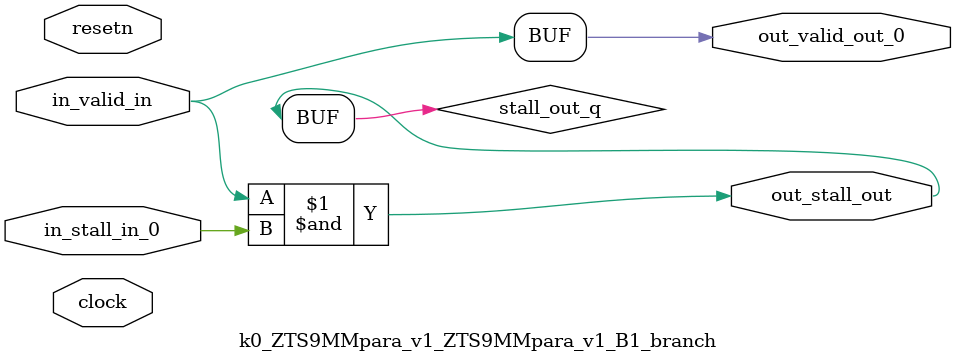
<source format=sv>



(* altera_attribute = "-name AUTO_SHIFT_REGISTER_RECOGNITION OFF; -name MESSAGE_DISABLE 10036; -name MESSAGE_DISABLE 10037; -name MESSAGE_DISABLE 14130; -name MESSAGE_DISABLE 14320; -name MESSAGE_DISABLE 15400; -name MESSAGE_DISABLE 14130; -name MESSAGE_DISABLE 10036; -name MESSAGE_DISABLE 12020; -name MESSAGE_DISABLE 12030; -name MESSAGE_DISABLE 12010; -name MESSAGE_DISABLE 12110; -name MESSAGE_DISABLE 14320; -name MESSAGE_DISABLE 13410; -name MESSAGE_DISABLE 113007; -name MESSAGE_DISABLE 10958" *)
module k0_ZTS9MMpara_v1_ZTS9MMpara_v1_B1_branch (
    input wire [0:0] in_stall_in_0,
    input wire [0:0] in_valid_in,
    output wire [0:0] out_stall_out,
    output wire [0:0] out_valid_out_0,
    input wire clock,
    input wire resetn
    );

    wire [0:0] stall_out_q;


    // stall_out(LOGICAL,6)
    assign stall_out_q = in_valid_in & in_stall_in_0;

    // out_stall_out(GPOUT,4)
    assign out_stall_out = stall_out_q;

    // out_valid_out_0(GPOUT,5)
    assign out_valid_out_0 = in_valid_in;

endmodule

</source>
